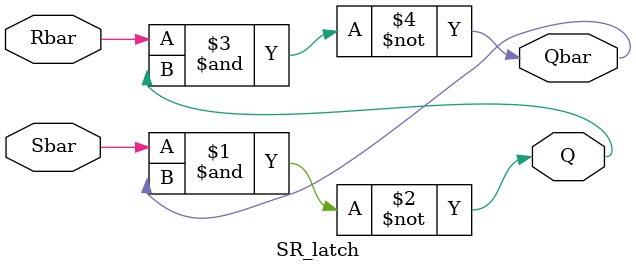
<source format=v>


module SR_latch(Q, Qbar, Sbar, Rbar); 

//Port declarations 

output Q, Qbar; 

input Sbar, Rbar; 

// Instantiate lower-level modules 

// In this case, instantiate Verilog primitive nand gates 

// Note, how the wires are connected in a cross-coupled fashion. 

nand n1(Q, Sbar, Qbar); 

nand n2(Qbar, Rbar, Q); 

// endmodule statement 

endmodule 
</source>
